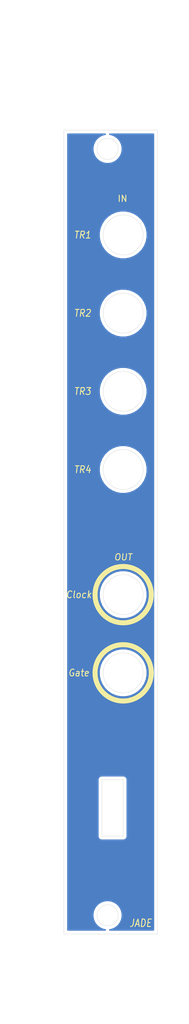
<source format=kicad_pcb>
(kicad_pcb (version 20171130) (host pcbnew "(5.1.9-0-10_14)")

  (general
    (thickness 1.6)
    (drawings 49)
    (tracks 0)
    (zones 0)
    (modules 0)
    (nets 1)
  )

  (page A4)
  (title_block
    (title jade)
    (date 2021-03-04)
    (rev A)
  )

  (layers
    (0 F.Cu signal)
    (31 B.Cu signal)
    (32 B.Adhes user)
    (33 F.Adhes user)
    (34 B.Paste user)
    (35 F.Paste user)
    (36 B.SilkS user)
    (37 F.SilkS user)
    (38 B.Mask user)
    (39 F.Mask user)
    (40 Dwgs.User user)
    (41 Cmts.User user)
    (42 Eco1.User user)
    (43 Eco2.User user)
    (44 Edge.Cuts user)
    (45 Margin user)
    (46 B.CrtYd user)
    (47 F.CrtYd user)
    (48 B.Fab user)
    (49 F.Fab user)
  )

  (setup
    (last_trace_width 0.25)
    (user_trace_width 0.4)
    (user_trace_width 0.6)
    (user_trace_width 0.8)
    (user_trace_width 1)
    (trace_clearance 0.2)
    (zone_clearance 0.508)
    (zone_45_only no)
    (trace_min 0.127)
    (via_size 0.8)
    (via_drill 0.4)
    (via_min_size 0.4)
    (via_min_drill 0.3)
    (user_via 1 0.5)
    (user_via 1.2 0.7)
    (user_via 1.5 1)
    (user_via 1.7 1.2)
    (uvia_size 0.3)
    (uvia_drill 0.1)
    (uvias_allowed no)
    (uvia_min_size 0.2)
    (uvia_min_drill 0.1)
    (edge_width 0.05)
    (segment_width 0.2)
    (pcb_text_width 0.3)
    (pcb_text_size 1.5 1.5)
    (mod_edge_width 0.12)
    (mod_text_size 0.8 0.8)
    (mod_text_width 0.15)
    (pad_size 1.524 1.524)
    (pad_drill 0.762)
    (pad_to_mask_clearance 0)
    (aux_axis_origin 102.5 40.75)
    (visible_elements FFFFFF7F)
    (pcbplotparams
      (layerselection 0x010fc_ffffffff)
      (usegerberextensions false)
      (usegerberattributes true)
      (usegerberadvancedattributes true)
      (creategerberjobfile true)
      (excludeedgelayer true)
      (linewidth 0.100000)
      (plotframeref false)
      (viasonmask false)
      (mode 1)
      (useauxorigin false)
      (hpglpennumber 1)
      (hpglpenspeed 20)
      (hpglpendiameter 15.000000)
      (psnegative false)
      (psa4output false)
      (plotreference true)
      (plotvalue true)
      (plotinvisibletext false)
      (padsonsilk false)
      (subtractmaskfromsilk false)
      (outputformat 1)
      (mirror false)
      (drillshape 0)
      (scaleselection 1)
      (outputdirectory "jade_panel_RevA_gerber/"))
  )

  (net 0 "")

  (net_class Default "This is the default net class."
    (clearance 0.2)
    (trace_width 0.25)
    (via_dia 0.8)
    (via_drill 0.4)
    (uvia_dia 0.3)
    (uvia_drill 0.1)
  )

  (gr_text JADE (at 114.8 167.5) (layer F.SilkS) (tstamp 6044D8FF)
    (effects (font (size 1.2 1) (thickness 0.15) italic))
  )
  (gr_text "TR4\n" (at 105.5 95) (layer F.SilkS) (tstamp 6044CC04)
    (effects (font (size 1.1 1) (thickness 0.15) italic))
  )
  (gr_text "TR3\n" (at 105.5 82.5) (layer F.SilkS) (tstamp 6044CBFE)
    (effects (font (size 1.1 1) (thickness 0.15) italic))
  )
  (gr_text TR2 (at 105.5 70) (layer F.SilkS) (tstamp 6044DA67)
    (effects (font (size 1.1 1) (thickness 0.15) italic))
  )
  (gr_text TR1 (at 105.5 57.5) (layer F.SilkS) (tstamp 6044CB9D)
    (effects (font (size 1.1 1) (thickness 0.15) italic))
  )
  (gr_text IN (at 111.9 51.7) (layer F.SilkS) (tstamp 6044CB8A)
    (effects (font (size 1 1) (thickness 0.15)))
  )
  (gr_text OUT (at 112 109) (layer F.SilkS) (tstamp 6044CB72)
    (effects (font (size 1 1) (thickness 0.15) italic))
  )
  (gr_text Gate (at 104.9 127.5) (layer F.SilkS) (tstamp 6044CB67)
    (effects (font (size 1.1 1) (thickness 0.15) italic))
  )
  (gr_text Clock (at 104.9 115) (layer F.SilkS)
    (effects (font (size 1.1 1) (thickness 0.15) italic))
  )
  (gr_circle (center 112 127.5) (end 116.5 127.5) (layer F.SilkS) (width 0.8) (tstamp 6044D0AE))
  (gr_circle (center 112 115) (end 116.5 115) (layer F.SilkS) (width 0.8))
  (gr_text "phone jack\n" (at 112.1 182.8) (layer Dwgs.User) (tstamp 6044CF5A)
    (effects (font (size 1 1) (thickness 0.15)))
  )
  (gr_line (start 112 144.6) (end 108.6 144.6) (layer Edge.Cuts) (width 0.05) (tstamp 6044CE13))
  (gr_line (start 112 153.6) (end 112 144.6) (layer Edge.Cuts) (width 0.05))
  (gr_line (start 108.6 153.6) (end 112 153.6) (layer Edge.Cuts) (width 0.05))
  (gr_line (start 108.6 144.6) (end 108.6 153.6) (layer Edge.Cuts) (width 0.05))
  (dimension 3.4 (width 0.1) (layer Dwgs.User)
    (gr_text "3.400 mm" (at 110.3 142.35) (layer Dwgs.User)
      (effects (font (size 1 1) (thickness 0.15)))
    )
    (feature1 (pts (xy 112 144.6) (xy 112 143.013579)))
    (feature2 (pts (xy 108.6 144.6) (xy 108.6 143.013579)))
    (crossbar (pts (xy 108.6 143.6) (xy 112 143.6)))
    (arrow1a (pts (xy 112 143.6) (xy 110.873496 144.186421)))
    (arrow1b (pts (xy 112 143.6) (xy 110.873496 143.013579)))
    (arrow2a (pts (xy 108.6 143.6) (xy 109.726504 144.186421)))
    (arrow2b (pts (xy 108.6 143.6) (xy 109.726504 143.013579)))
  )
  (dimension 9 (width 0.1) (layer Dwgs.User)
    (gr_text "9.000 mm" (at 106.55 149.1 270) (layer Dwgs.User)
      (effects (font (size 1 1) (thickness 0.15)))
    )
    (feature1 (pts (xy 108.6 153.6) (xy 107.213579 153.6)))
    (feature2 (pts (xy 108.6 144.6) (xy 107.213579 144.6)))
    (crossbar (pts (xy 107.8 144.6) (xy 107.8 153.6)))
    (arrow1a (pts (xy 107.8 153.6) (xy 107.213579 152.473496)))
    (arrow1b (pts (xy 107.8 153.6) (xy 108.386421 152.473496)))
    (arrow2a (pts (xy 107.8 144.6) (xy 107.213579 145.726504)))
    (arrow2b (pts (xy 107.8 144.6) (xy 108.386421 145.726504)))
  )
  (gr_line (start 108.6 153.6) (end 108.6 144.6) (layer Dwgs.User) (width 0.1))
  (dimension 1.6 (width 0.1) (layer Dwgs.User)
    (gr_text "1.600 mm" (at 107.8 155.65) (layer Dwgs.User)
      (effects (font (size 1 1) (thickness 0.15)))
    )
    (feature1 (pts (xy 108.6 153.6) (xy 108.6 154.986421)))
    (feature2 (pts (xy 107 153.6) (xy 107 154.986421)))
    (crossbar (pts (xy 107 154.4) (xy 108.6 154.4)))
    (arrow1a (pts (xy 108.6 154.4) (xy 107.473496 154.986421)))
    (arrow1b (pts (xy 108.6 154.4) (xy 107.473496 153.813579)))
    (arrow2a (pts (xy 107 154.4) (xy 108.126504 154.986421)))
    (arrow2b (pts (xy 107 154.4) (xy 108.126504 153.813579)))
  )
  (gr_text "PCB edge" (at 105.9 180.4) (layer Dwgs.User)
    (effects (font (size 1 1) (thickness 0.15)))
  )
  (gr_line (start 107 20) (end 107 179.75) (layer Dwgs.User) (width 0.1))
  (dimension 5 (width 0.1) (layer Dwgs.User)
    (gr_text "5.000 mm" (at 109.5 43.25) (layer Dwgs.User)
      (effects (font (size 1 1) (thickness 0.15)))
    )
    (feature1 (pts (xy 107 40.75) (xy 107 42.586421)))
    (feature2 (pts (xy 112 40.75) (xy 112 42.586421)))
    (crossbar (pts (xy 112 42) (xy 107 42)))
    (arrow1a (pts (xy 107 42) (xy 108.126504 41.413579)))
    (arrow1b (pts (xy 107 42) (xy 108.126504 42.586421)))
    (arrow2a (pts (xy 112 42) (xy 110.873496 41.413579)))
    (arrow2b (pts (xy 112 42) (xy 110.873496 42.586421)))
  )
  (dimension 2.5 (width 0.1) (layer Dwgs.User)
    (gr_text "2.500 mm" (at 110.75 37.75) (layer Dwgs.User)
      (effects (font (size 1 1) (thickness 0.15)))
    )
    (feature1 (pts (xy 109.5 40.75) (xy 109.5 38.413579)))
    (feature2 (pts (xy 112 40.75) (xy 112 38.413579)))
    (crossbar (pts (xy 112 39) (xy 109.5 39)))
    (arrow1a (pts (xy 109.5 39) (xy 110.626504 38.413579)))
    (arrow1b (pts (xy 109.5 39) (xy 110.626504 39.586421)))
    (arrow2a (pts (xy 112 39) (xy 110.873496 38.413579)))
    (arrow2b (pts (xy 112 39) (xy 110.873496 39.586421)))
  )
  (gr_circle (center 112 127.5) (end 115.2 127.5) (layer Edge.Cuts) (width 0.05) (tstamp 6044CC96))
  (gr_circle (center 112 115) (end 115.2 115) (layer Edge.Cuts) (width 0.05) (tstamp 6044CC94))
  (gr_circle (center 112 95) (end 115.2 95) (layer Edge.Cuts) (width 0.05) (tstamp 6044CC92))
  (gr_circle (center 112 82.5) (end 115.2 82.5) (layer Edge.Cuts) (width 0.05) (tstamp 6044CC90))
  (gr_circle (center 112 70) (end 115.2 70) (layer Edge.Cuts) (width 0.05) (tstamp 6044CC8E))
  (gr_circle (center 112 57.5) (end 115.2 57.5) (layer Edge.Cuts) (width 0.05) (tstamp 6044CDDA))
  (gr_line (start 112 20.75) (end 112 179.25) (layer Dwgs.User) (width 0.1))
  (gr_circle (center 109.5 166.25) (end 111.2 166.25) (layer Edge.Cuts) (width 0.05))
  (gr_circle (center 109.5 43.75) (end 111.2 43.75) (layer Edge.Cuts) (width 0.05))
  (dimension 3 (width 0.1) (layer Dwgs.User)
    (gr_text "3.000 mm" (at 100.75 42.25 270) (layer Dwgs.User)
      (effects (font (size 1 1) (thickness 0.15)))
    )
    (feature1 (pts (xy 102.5 43.75) (xy 101.413579 43.75)))
    (feature2 (pts (xy 102.5 40.75) (xy 101.413579 40.75)))
    (crossbar (pts (xy 102 40.75) (xy 102 43.75)))
    (arrow1a (pts (xy 102 43.75) (xy 101.413579 42.623496)))
    (arrow1b (pts (xy 102 43.75) (xy 102.586421 42.623496)))
    (arrow2a (pts (xy 102 40.75) (xy 101.413579 41.876504)))
    (arrow2b (pts (xy 102 40.75) (xy 102.586421 41.876504)))
  )
  (dimension 7 (width 0.1) (layer Dwgs.User)
    (gr_text "7.000 mm" (at 106 35.25) (layer Dwgs.User)
      (effects (font (size 1 1) (thickness 0.15)))
    )
    (feature1 (pts (xy 109.5 40.75) (xy 109.5 35.913579)))
    (feature2 (pts (xy 102.5 40.75) (xy 102.5 35.913579)))
    (crossbar (pts (xy 102.5 36.5) (xy 109.5 36.5)))
    (arrow1a (pts (xy 109.5 36.5) (xy 108.373496 37.086421)))
    (arrow1b (pts (xy 109.5 36.5) (xy 108.373496 35.913579)))
    (arrow2a (pts (xy 102.5 36.5) (xy 103.626504 37.086421)))
    (arrow2b (pts (xy 102.5 36.5) (xy 103.626504 35.913579)))
  )
  (gr_line (start 118.6 153.6) (end 102.3 153.6) (layer Dwgs.User) (width 0.1) (tstamp 6044CB3B))
  (gr_line (start 118.6 144.6) (end 102.3 144.6) (layer Dwgs.User) (width 0.1))
  (gr_line (start 122.5 127.5) (end 100 127.5) (layer Dwgs.User) (width 0.1))
  (gr_line (start 122.5 115) (end 100 115) (layer Dwgs.User) (width 0.1))
  (gr_line (start 122.5 95) (end 100 95) (layer Dwgs.User) (width 0.1))
  (gr_line (start 120 82.5) (end 100 82.5) (layer Dwgs.User) (width 0.1))
  (gr_line (start 122.5 70) (end 100 70) (layer Dwgs.User) (width 0.1))
  (gr_line (start 122.5 57.5) (end 100 57.5) (layer Dwgs.User) (width 0.1))
  (gr_line (start 102.5 169.25) (end 102.5 40.75) (layer Edge.Cuts) (width 0.05) (tstamp 6044CB23))
  (gr_line (start 102.5 169.25) (end 117.5 169.25) (layer Edge.Cuts) (width 0.05) (tstamp 6044CB21))
  (dimension 128.5 (width 0.1) (layer Dwgs.User)
    (gr_text "128.500 mm" (at 96 105 270) (layer Dwgs.User)
      (effects (font (size 1 1) (thickness 0.15)))
    )
    (feature1 (pts (xy 102.5 169.25) (xy 96.663579 169.25)))
    (feature2 (pts (xy 102.5 40.75) (xy 96.663579 40.75)))
    (crossbar (pts (xy 97.25 40.75) (xy 97.25 169.25)))
    (arrow1a (pts (xy 97.25 169.25) (xy 96.663579 168.123496)))
    (arrow1b (pts (xy 97.25 169.25) (xy 97.836421 168.123496)))
    (arrow2a (pts (xy 97.25 40.75) (xy 96.663579 41.876504)))
    (arrow2b (pts (xy 97.25 40.75) (xy 97.836421 41.876504)))
  )
  (dimension 15 (width 0.1) (layer Dwgs.User)
    (gr_text "15.000 mm" (at 110 31.25) (layer Dwgs.User)
      (effects (font (size 1 1) (thickness 0.15)))
    )
    (feature1 (pts (xy 117.5 40.75) (xy 117.5 31.913579)))
    (feature2 (pts (xy 102.5 40.75) (xy 102.5 31.913579)))
    (crossbar (pts (xy 102.5 32.5) (xy 117.5 32.5)))
    (arrow1a (pts (xy 117.5 32.5) (xy 116.373496 33.086421)))
    (arrow1b (pts (xy 117.5 32.5) (xy 116.373496 31.913579)))
    (arrow2a (pts (xy 102.5 32.5) (xy 103.626504 33.086421)))
    (arrow2b (pts (xy 102.5 32.5) (xy 103.626504 31.913579)))
  )
  (gr_line (start 117.5 40.75) (end 117.5 169.25) (layer Edge.Cuts) (width 0.05))
  (gr_line (start 102.5 40.75) (end 117.5 40.75) (layer Edge.Cuts) (width 0.05) (tstamp 6044CA74))

  (zone (net 0) (net_name "") (layer B.Cu) (tstamp 6044CDC9) (hatch edge 0.508)
    (connect_pads (clearance 0.508))
    (min_thickness 0.254)
    (fill yes (arc_segments 32) (thermal_gap 0.508) (thermal_bridge_width 0.508))
    (polygon
      (pts
        (xy 118 170) (xy 102 170) (xy 102 40) (xy 118 40)
      )
    )
    (filled_polygon
      (pts
        (xy 108.809122 41.472482) (xy 108.378076 41.651027) (xy 107.990144 41.910235) (xy 107.660235 42.240144) (xy 107.401027 42.628076)
        (xy 107.222482 43.059122) (xy 107.13146 43.516719) (xy 107.13146 43.983281) (xy 107.222482 44.440878) (xy 107.401027 44.871924)
        (xy 107.660235 45.259856) (xy 107.990144 45.589765) (xy 108.378076 45.848973) (xy 108.809122 46.027518) (xy 109.266719 46.11854)
        (xy 109.733281 46.11854) (xy 110.190878 46.027518) (xy 110.621924 45.848973) (xy 111.009856 45.589765) (xy 111.339765 45.259856)
        (xy 111.598973 44.871924) (xy 111.777518 44.440878) (xy 111.86854 43.983281) (xy 111.86854 43.516719) (xy 111.777518 43.059122)
        (xy 111.598973 42.628076) (xy 111.339765 42.240144) (xy 111.009856 41.910235) (xy 110.621924 41.651027) (xy 110.190878 41.472482)
        (xy 109.876761 41.41) (xy 116.84 41.41) (xy 116.840001 168.59) (xy 109.876761 168.59) (xy 110.190878 168.527518)
        (xy 110.621924 168.348973) (xy 111.009856 168.089765) (xy 111.339765 167.759856) (xy 111.598973 167.371924) (xy 111.777518 166.940878)
        (xy 111.86854 166.483281) (xy 111.86854 166.016719) (xy 111.777518 165.559122) (xy 111.598973 165.128076) (xy 111.339765 164.740144)
        (xy 111.009856 164.410235) (xy 110.621924 164.151027) (xy 110.190878 163.972482) (xy 109.733281 163.88146) (xy 109.266719 163.88146)
        (xy 108.809122 163.972482) (xy 108.378076 164.151027) (xy 107.990144 164.410235) (xy 107.660235 164.740144) (xy 107.401027 165.128076)
        (xy 107.222482 165.559122) (xy 107.13146 166.016719) (xy 107.13146 166.483281) (xy 107.222482 166.940878) (xy 107.401027 167.371924)
        (xy 107.660235 167.759856) (xy 107.990144 168.089765) (xy 108.378076 168.348973) (xy 108.809122 168.527518) (xy 109.123239 168.59)
        (xy 103.16 168.59) (xy 103.16 144.6) (xy 107.936807 144.6) (xy 107.94 144.632419) (xy 107.940001 153.567571)
        (xy 107.936807 153.6) (xy 107.94955 153.729383) (xy 107.98729 153.853793) (xy 108.048575 153.96845) (xy 108.131052 154.068948)
        (xy 108.23155 154.151425) (xy 108.346207 154.21271) (xy 108.470617 154.25045) (xy 108.567581 154.26) (xy 108.6 154.263193)
        (xy 108.632419 154.26) (xy 111.967581 154.26) (xy 112 154.263193) (xy 112.032419 154.26) (xy 112.129383 154.25045)
        (xy 112.253793 154.21271) (xy 112.36845 154.151425) (xy 112.468948 154.068948) (xy 112.551425 153.96845) (xy 112.61271 153.853793)
        (xy 112.65045 153.729383) (xy 112.663193 153.6) (xy 112.66 153.567581) (xy 112.66 144.632419) (xy 112.663193 144.6)
        (xy 112.65045 144.470617) (xy 112.61271 144.346207) (xy 112.551425 144.23155) (xy 112.468948 144.131052) (xy 112.36845 144.048575)
        (xy 112.253793 143.98729) (xy 112.129383 143.94955) (xy 112.032419 143.94) (xy 112 143.936807) (xy 111.967581 143.94)
        (xy 108.632419 143.94) (xy 108.6 143.936807) (xy 108.567581 143.94) (xy 108.470617 143.94955) (xy 108.346207 143.98729)
        (xy 108.23155 144.048575) (xy 108.131052 144.131052) (xy 108.048575 144.23155) (xy 107.98729 144.346207) (xy 107.94955 144.470617)
        (xy 107.936807 144.6) (xy 103.16 144.6) (xy 103.16 127.119693) (xy 108.138683 127.119693) (xy 108.138683 127.880307)
        (xy 108.287071 128.626305) (xy 108.578145 129.329019) (xy 109.000719 129.961446) (xy 109.538554 130.499281) (xy 110.170981 130.921855)
        (xy 110.873695 131.212929) (xy 111.619693 131.361317) (xy 112.380307 131.361317) (xy 113.126305 131.212929) (xy 113.829019 130.921855)
        (xy 114.461446 130.499281) (xy 114.999281 129.961446) (xy 115.421855 129.329019) (xy 115.712929 128.626305) (xy 115.861317 127.880307)
        (xy 115.861317 127.119693) (xy 115.712929 126.373695) (xy 115.421855 125.670981) (xy 114.999281 125.038554) (xy 114.461446 124.500719)
        (xy 113.829019 124.078145) (xy 113.126305 123.787071) (xy 112.380307 123.638683) (xy 111.619693 123.638683) (xy 110.873695 123.787071)
        (xy 110.170981 124.078145) (xy 109.538554 124.500719) (xy 109.000719 125.038554) (xy 108.578145 125.670981) (xy 108.287071 126.373695)
        (xy 108.138683 127.119693) (xy 103.16 127.119693) (xy 103.16 114.619693) (xy 108.138683 114.619693) (xy 108.138683 115.380307)
        (xy 108.287071 116.126305) (xy 108.578145 116.829019) (xy 109.000719 117.461446) (xy 109.538554 117.999281) (xy 110.170981 118.421855)
        (xy 110.873695 118.712929) (xy 111.619693 118.861317) (xy 112.380307 118.861317) (xy 113.126305 118.712929) (xy 113.829019 118.421855)
        (xy 114.461446 117.999281) (xy 114.999281 117.461446) (xy 115.421855 116.829019) (xy 115.712929 116.126305) (xy 115.861317 115.380307)
        (xy 115.861317 114.619693) (xy 115.712929 113.873695) (xy 115.421855 113.170981) (xy 114.999281 112.538554) (xy 114.461446 112.000719)
        (xy 113.829019 111.578145) (xy 113.126305 111.287071) (xy 112.380307 111.138683) (xy 111.619693 111.138683) (xy 110.873695 111.287071)
        (xy 110.170981 111.578145) (xy 109.538554 112.000719) (xy 109.000719 112.538554) (xy 108.578145 113.170981) (xy 108.287071 113.873695)
        (xy 108.138683 114.619693) (xy 103.16 114.619693) (xy 103.16 94.619693) (xy 108.138683 94.619693) (xy 108.138683 95.380307)
        (xy 108.287071 96.126305) (xy 108.578145 96.829019) (xy 109.000719 97.461446) (xy 109.538554 97.999281) (xy 110.170981 98.421855)
        (xy 110.873695 98.712929) (xy 111.619693 98.861317) (xy 112.380307 98.861317) (xy 113.126305 98.712929) (xy 113.829019 98.421855)
        (xy 114.461446 97.999281) (xy 114.999281 97.461446) (xy 115.421855 96.829019) (xy 115.712929 96.126305) (xy 115.861317 95.380307)
        (xy 115.861317 94.619693) (xy 115.712929 93.873695) (xy 115.421855 93.170981) (xy 114.999281 92.538554) (xy 114.461446 92.000719)
        (xy 113.829019 91.578145) (xy 113.126305 91.287071) (xy 112.380307 91.138683) (xy 111.619693 91.138683) (xy 110.873695 91.287071)
        (xy 110.170981 91.578145) (xy 109.538554 92.000719) (xy 109.000719 92.538554) (xy 108.578145 93.170981) (xy 108.287071 93.873695)
        (xy 108.138683 94.619693) (xy 103.16 94.619693) (xy 103.16 82.119693) (xy 108.138683 82.119693) (xy 108.138683 82.880307)
        (xy 108.287071 83.626305) (xy 108.578145 84.329019) (xy 109.000719 84.961446) (xy 109.538554 85.499281) (xy 110.170981 85.921855)
        (xy 110.873695 86.212929) (xy 111.619693 86.361317) (xy 112.380307 86.361317) (xy 113.126305 86.212929) (xy 113.829019 85.921855)
        (xy 114.461446 85.499281) (xy 114.999281 84.961446) (xy 115.421855 84.329019) (xy 115.712929 83.626305) (xy 115.861317 82.880307)
        (xy 115.861317 82.119693) (xy 115.712929 81.373695) (xy 115.421855 80.670981) (xy 114.999281 80.038554) (xy 114.461446 79.500719)
        (xy 113.829019 79.078145) (xy 113.126305 78.787071) (xy 112.380307 78.638683) (xy 111.619693 78.638683) (xy 110.873695 78.787071)
        (xy 110.170981 79.078145) (xy 109.538554 79.500719) (xy 109.000719 80.038554) (xy 108.578145 80.670981) (xy 108.287071 81.373695)
        (xy 108.138683 82.119693) (xy 103.16 82.119693) (xy 103.16 69.619693) (xy 108.138683 69.619693) (xy 108.138683 70.380307)
        (xy 108.287071 71.126305) (xy 108.578145 71.829019) (xy 109.000719 72.461446) (xy 109.538554 72.999281) (xy 110.170981 73.421855)
        (xy 110.873695 73.712929) (xy 111.619693 73.861317) (xy 112.380307 73.861317) (xy 113.126305 73.712929) (xy 113.829019 73.421855)
        (xy 114.461446 72.999281) (xy 114.999281 72.461446) (xy 115.421855 71.829019) (xy 115.712929 71.126305) (xy 115.861317 70.380307)
        (xy 115.861317 69.619693) (xy 115.712929 68.873695) (xy 115.421855 68.170981) (xy 114.999281 67.538554) (xy 114.461446 67.000719)
        (xy 113.829019 66.578145) (xy 113.126305 66.287071) (xy 112.380307 66.138683) (xy 111.619693 66.138683) (xy 110.873695 66.287071)
        (xy 110.170981 66.578145) (xy 109.538554 67.000719) (xy 109.000719 67.538554) (xy 108.578145 68.170981) (xy 108.287071 68.873695)
        (xy 108.138683 69.619693) (xy 103.16 69.619693) (xy 103.16 57.119693) (xy 108.138683 57.119693) (xy 108.138683 57.880307)
        (xy 108.287071 58.626305) (xy 108.578145 59.329019) (xy 109.000719 59.961446) (xy 109.538554 60.499281) (xy 110.170981 60.921855)
        (xy 110.873695 61.212929) (xy 111.619693 61.361317) (xy 112.380307 61.361317) (xy 113.126305 61.212929) (xy 113.829019 60.921855)
        (xy 114.461446 60.499281) (xy 114.999281 59.961446) (xy 115.421855 59.329019) (xy 115.712929 58.626305) (xy 115.861317 57.880307)
        (xy 115.861317 57.119693) (xy 115.712929 56.373695) (xy 115.421855 55.670981) (xy 114.999281 55.038554) (xy 114.461446 54.500719)
        (xy 113.829019 54.078145) (xy 113.126305 53.787071) (xy 112.380307 53.638683) (xy 111.619693 53.638683) (xy 110.873695 53.787071)
        (xy 110.170981 54.078145) (xy 109.538554 54.500719) (xy 109.000719 55.038554) (xy 108.578145 55.670981) (xy 108.287071 56.373695)
        (xy 108.138683 57.119693) (xy 103.16 57.119693) (xy 103.16 41.41) (xy 109.123239 41.41)
      )
    )
  )
)

</source>
